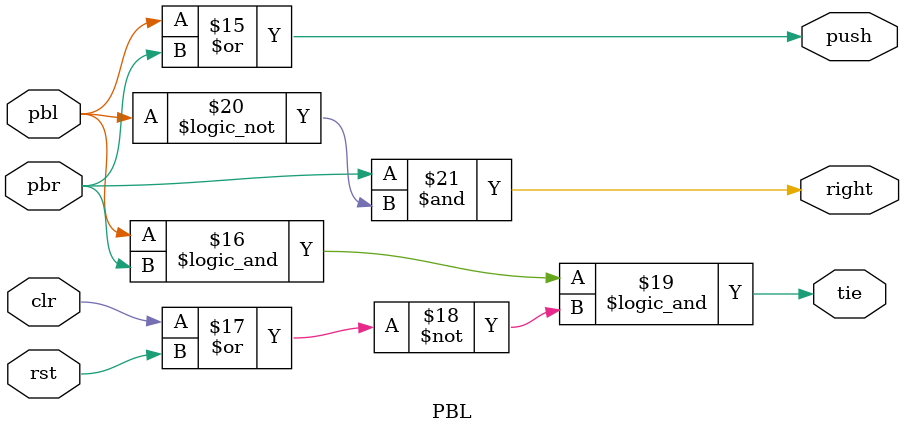
<source format=v>
`timescale 1ns / 1ps
module PBL(pbl, pbr, rst, clr, push, tie, right);
  input pbl, pbr, clr, rst;
  output push, tie, right;
  wire G, H, Gx, Hx, LPx, RPx;

  assign LPx = (pbl & !H)| G;
  assign Gx = (LPx | G);
  assign G = Gx & ~(rst | clr);
  //repeated latch
  assign RPx = (pbr & !G)| H;
  assign Hx = (RPx | H);
  assign H = Hx & ~(rst | clr);

  assign push = pbl | pbr; 
  assign tie = pbl && pbr && ~(clr | rst); 
  assign right = pbr & !pbl; 
endmodule 
/*  
module RS_Latch(trigger,clr,rst,Q);
     input trigger; input clr; input rst;
     output Q;
     wire x;
   
     assign x = (trigger | Q); assign Q = x & ~(rst | clr);
endmodule

module PBL(pbl,pbr,rst,clr,push,tie,right);
     input pbl; input pbr; input rst; input clr;
     output push; output tie; output right;
     wire lpr, rpr, G, H; //intermediate wires

     RS_Latch Left(.trigger(lpr),.clr(clr),.rst(rst),.Q(G));
	  RS_Latch Right(.trigger(rpr),.clr(clr),.rst(rst),.Q(H));
     
     assign lpr = (pbl & ~H); assign rpr = (pbr & ~G); //triggers to RS latches

     //defining outputs
     assign push = pbl | pbr; assign tie = G & H; assign right = ~G & H;
endmodule

*/


</source>
